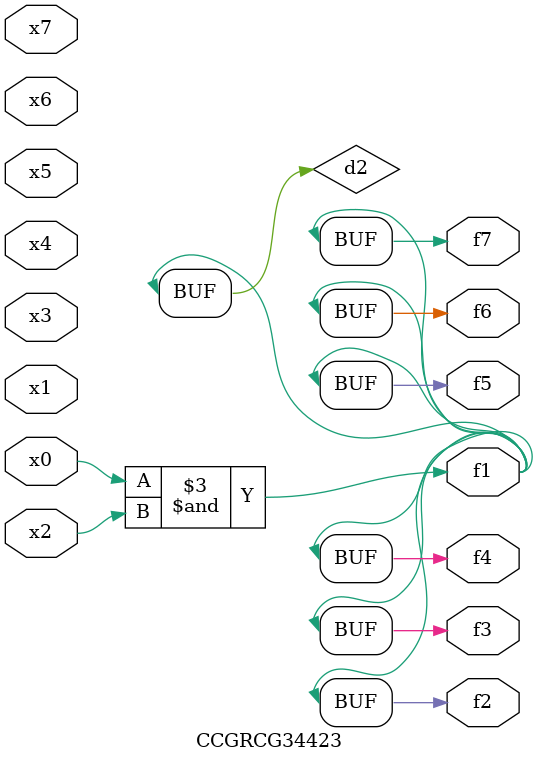
<source format=v>
module CCGRCG34423(
	input x0, x1, x2, x3, x4, x5, x6, x7,
	output f1, f2, f3, f4, f5, f6, f7
);

	wire d1, d2;

	nor (d1, x3, x6);
	and (d2, x0, x2);
	assign f1 = d2;
	assign f2 = d2;
	assign f3 = d2;
	assign f4 = d2;
	assign f5 = d2;
	assign f6 = d2;
	assign f7 = d2;
endmodule

</source>
